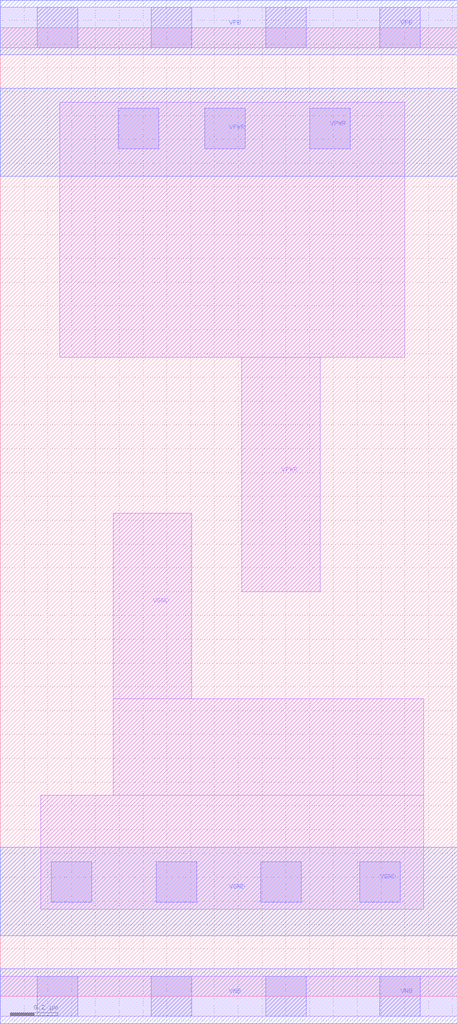
<source format=lef>
# Copyright 2020 The SkyWater PDK Authors
#
# Licensed under the Apache License, Version 2.0 (the "License");
# you may not use this file except in compliance with the License.
# You may obtain a copy of the License at
#
#     https://www.apache.org/licenses/LICENSE-2.0
#
# Unless required by applicable law or agreed to in writing, software
# distributed under the License is distributed on an "AS IS" BASIS,
# WITHOUT WARRANTIES OR CONDITIONS OF ANY KIND, either express or implied.
# See the License for the specific language governing permissions and
# limitations under the License.
#
# SPDX-License-Identifier: Apache-2.0

VERSION 5.7 ;
  NAMESCASESENSITIVE ON ;
  NOWIREEXTENSIONATPIN ON ;
  DIVIDERCHAR "/" ;
  BUSBITCHARS "[]" ;
UNITS
  DATABASE MICRONS 200 ;
END UNITS
MACRO sky130_fd_sc_hvl__decap_4
  CLASS CORE ;
  SOURCE USER ;
  FOREIGN sky130_fd_sc_hvl__decap_4 ;
  ORIGIN  0.000000  0.000000 ;
  SIZE  1.920000 BY  4.070000 ;
  SYMMETRY X Y ;
  SITE unithv ;
  PIN VGND
    DIRECTION INOUT ;
    USE GROUND ;
    PORT
      LAYER li1 ;
        RECT 0.170000 0.365000 1.780000 0.845000 ;
        RECT 0.475000 0.845000 1.780000 1.250000 ;
        RECT 0.475000 1.250000 0.805000 2.030000 ;
      LAYER mcon ;
        RECT 0.215000 0.395000 0.385000 0.565000 ;
        RECT 0.655000 0.395000 0.825000 0.565000 ;
        RECT 1.095000 0.395000 1.265000 0.565000 ;
        RECT 1.510000 0.395000 1.680000 0.565000 ;
      LAYER met1 ;
        RECT 0.000000 0.255000 1.920000 0.625000 ;
    END
  END VGND
  PIN VNB
    DIRECTION INOUT ;
    USE GROUND ;
    PORT
      LAYER li1 ;
        RECT 0.000000 -0.085000 1.920000 0.085000 ;
      LAYER mcon ;
        RECT 0.155000 -0.085000 0.325000 0.085000 ;
        RECT 0.635000 -0.085000 0.805000 0.085000 ;
        RECT 1.115000 -0.085000 1.285000 0.085000 ;
        RECT 1.595000 -0.085000 1.765000 0.085000 ;
      LAYER met1 ;
        RECT 0.000000 -0.115000 1.920000 0.115000 ;
    END
  END VNB
  PIN VPB
    DIRECTION INOUT ;
    USE POWER ;
    PORT
      LAYER li1 ;
        RECT 0.000000 3.985000 1.920000 4.155000 ;
      LAYER mcon ;
        RECT 0.155000 3.985000 0.325000 4.155000 ;
        RECT 0.635000 3.985000 0.805000 4.155000 ;
        RECT 1.115000 3.985000 1.285000 4.155000 ;
        RECT 1.595000 3.985000 1.765000 4.155000 ;
      LAYER met1 ;
        RECT 0.000000 3.955000 1.920000 4.185000 ;
    END
  END VPB
  PIN VPWR
    DIRECTION INOUT ;
    USE POWER ;
    PORT
      LAYER li1 ;
        RECT 0.250000 2.685000 1.700000 3.755000 ;
        RECT 1.015000 1.700000 1.345000 2.685000 ;
      LAYER mcon ;
        RECT 0.495000 3.560000 0.665000 3.730000 ;
        RECT 0.860000 3.560000 1.030000 3.730000 ;
        RECT 1.300000 3.560000 1.470000 3.730000 ;
      LAYER met1 ;
        RECT 0.000000 3.445000 1.920000 3.815000 ;
    END
  END VPWR
END sky130_fd_sc_hvl__decap_4

</source>
